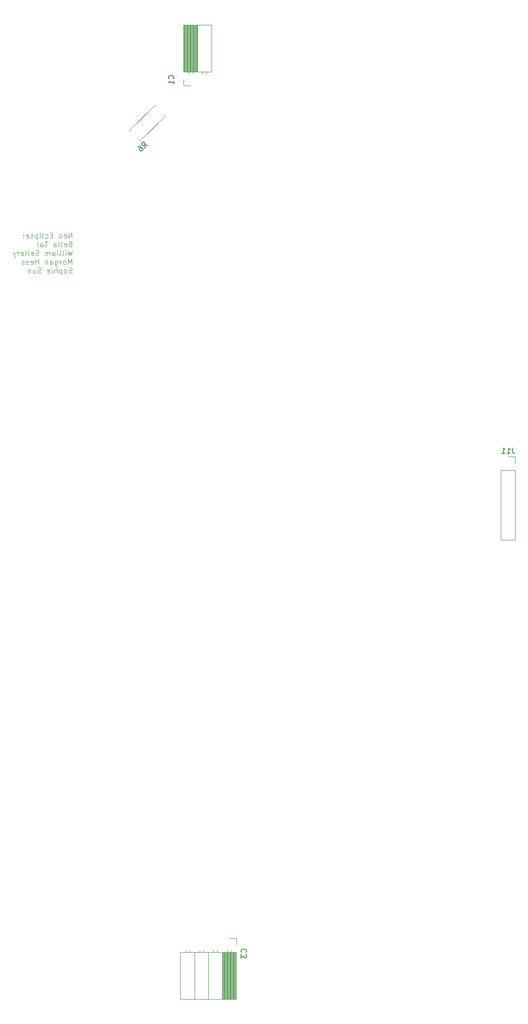
<source format=gbr>
%TF.GenerationSoftware,KiCad,Pcbnew,8.0.2*%
%TF.CreationDate,2024-05-04T16:44:52-04:00*%
%TF.ProjectId,RGBsensorBoard,52474273-656e-4736-9f72-426f6172642e,rev?*%
%TF.SameCoordinates,Original*%
%TF.FileFunction,Legend,Bot*%
%TF.FilePolarity,Positive*%
%FSLAX46Y46*%
G04 Gerber Fmt 4.6, Leading zero omitted, Abs format (unit mm)*
G04 Created by KiCad (PCBNEW 8.0.2) date 2024-05-04 16:44:52*
%MOMM*%
%LPD*%
G01*
G04 APERTURE LIST*
%ADD10C,0.100000*%
%ADD11C,0.150000*%
%ADD12C,0.120000*%
G04 APERTURE END LIST*
D10*
X79696115Y-55932643D02*
X79696115Y-54932643D01*
X79696115Y-54932643D02*
X79124687Y-55932643D01*
X79124687Y-55932643D02*
X79124687Y-54932643D01*
X78267544Y-55885024D02*
X78362782Y-55932643D01*
X78362782Y-55932643D02*
X78553258Y-55932643D01*
X78553258Y-55932643D02*
X78648496Y-55885024D01*
X78648496Y-55885024D02*
X78696115Y-55789785D01*
X78696115Y-55789785D02*
X78696115Y-55408833D01*
X78696115Y-55408833D02*
X78648496Y-55313595D01*
X78648496Y-55313595D02*
X78553258Y-55265976D01*
X78553258Y-55265976D02*
X78362782Y-55265976D01*
X78362782Y-55265976D02*
X78267544Y-55313595D01*
X78267544Y-55313595D02*
X78219925Y-55408833D01*
X78219925Y-55408833D02*
X78219925Y-55504071D01*
X78219925Y-55504071D02*
X78696115Y-55599309D01*
X77648496Y-55932643D02*
X77743734Y-55885024D01*
X77743734Y-55885024D02*
X77791353Y-55837404D01*
X77791353Y-55837404D02*
X77838972Y-55742166D01*
X77838972Y-55742166D02*
X77838972Y-55456452D01*
X77838972Y-55456452D02*
X77791353Y-55361214D01*
X77791353Y-55361214D02*
X77743734Y-55313595D01*
X77743734Y-55313595D02*
X77648496Y-55265976D01*
X77648496Y-55265976D02*
X77505639Y-55265976D01*
X77505639Y-55265976D02*
X77410401Y-55313595D01*
X77410401Y-55313595D02*
X77362782Y-55361214D01*
X77362782Y-55361214D02*
X77315163Y-55456452D01*
X77315163Y-55456452D02*
X77315163Y-55742166D01*
X77315163Y-55742166D02*
X77362782Y-55837404D01*
X77362782Y-55837404D02*
X77410401Y-55885024D01*
X77410401Y-55885024D02*
X77505639Y-55932643D01*
X77505639Y-55932643D02*
X77648496Y-55932643D01*
X76124686Y-55408833D02*
X75791353Y-55408833D01*
X75648496Y-55932643D02*
X76124686Y-55932643D01*
X76124686Y-55932643D02*
X76124686Y-54932643D01*
X76124686Y-54932643D02*
X75648496Y-54932643D01*
X74791353Y-55885024D02*
X74886591Y-55932643D01*
X74886591Y-55932643D02*
X75077067Y-55932643D01*
X75077067Y-55932643D02*
X75172305Y-55885024D01*
X75172305Y-55885024D02*
X75219924Y-55837404D01*
X75219924Y-55837404D02*
X75267543Y-55742166D01*
X75267543Y-55742166D02*
X75267543Y-55456452D01*
X75267543Y-55456452D02*
X75219924Y-55361214D01*
X75219924Y-55361214D02*
X75172305Y-55313595D01*
X75172305Y-55313595D02*
X75077067Y-55265976D01*
X75077067Y-55265976D02*
X74886591Y-55265976D01*
X74886591Y-55265976D02*
X74791353Y-55313595D01*
X74219924Y-55932643D02*
X74315162Y-55885024D01*
X74315162Y-55885024D02*
X74362781Y-55789785D01*
X74362781Y-55789785D02*
X74362781Y-54932643D01*
X73838971Y-55932643D02*
X73838971Y-55265976D01*
X73838971Y-54932643D02*
X73886590Y-54980262D01*
X73886590Y-54980262D02*
X73838971Y-55027881D01*
X73838971Y-55027881D02*
X73791352Y-54980262D01*
X73791352Y-54980262D02*
X73838971Y-54932643D01*
X73838971Y-54932643D02*
X73838971Y-55027881D01*
X73362781Y-55265976D02*
X73362781Y-56265976D01*
X73362781Y-55313595D02*
X73267543Y-55265976D01*
X73267543Y-55265976D02*
X73077067Y-55265976D01*
X73077067Y-55265976D02*
X72981829Y-55313595D01*
X72981829Y-55313595D02*
X72934210Y-55361214D01*
X72934210Y-55361214D02*
X72886591Y-55456452D01*
X72886591Y-55456452D02*
X72886591Y-55742166D01*
X72886591Y-55742166D02*
X72934210Y-55837404D01*
X72934210Y-55837404D02*
X72981829Y-55885024D01*
X72981829Y-55885024D02*
X73077067Y-55932643D01*
X73077067Y-55932643D02*
X73267543Y-55932643D01*
X73267543Y-55932643D02*
X73362781Y-55885024D01*
X72505638Y-55885024D02*
X72410400Y-55932643D01*
X72410400Y-55932643D02*
X72219924Y-55932643D01*
X72219924Y-55932643D02*
X72124686Y-55885024D01*
X72124686Y-55885024D02*
X72077067Y-55789785D01*
X72077067Y-55789785D02*
X72077067Y-55742166D01*
X72077067Y-55742166D02*
X72124686Y-55646928D01*
X72124686Y-55646928D02*
X72219924Y-55599309D01*
X72219924Y-55599309D02*
X72362781Y-55599309D01*
X72362781Y-55599309D02*
X72458019Y-55551690D01*
X72458019Y-55551690D02*
X72505638Y-55456452D01*
X72505638Y-55456452D02*
X72505638Y-55408833D01*
X72505638Y-55408833D02*
X72458019Y-55313595D01*
X72458019Y-55313595D02*
X72362781Y-55265976D01*
X72362781Y-55265976D02*
X72219924Y-55265976D01*
X72219924Y-55265976D02*
X72124686Y-55313595D01*
X71267543Y-55885024D02*
X71362781Y-55932643D01*
X71362781Y-55932643D02*
X71553257Y-55932643D01*
X71553257Y-55932643D02*
X71648495Y-55885024D01*
X71648495Y-55885024D02*
X71696114Y-55789785D01*
X71696114Y-55789785D02*
X71696114Y-55408833D01*
X71696114Y-55408833D02*
X71648495Y-55313595D01*
X71648495Y-55313595D02*
X71553257Y-55265976D01*
X71553257Y-55265976D02*
X71362781Y-55265976D01*
X71362781Y-55265976D02*
X71267543Y-55313595D01*
X71267543Y-55313595D02*
X71219924Y-55408833D01*
X71219924Y-55408833D02*
X71219924Y-55504071D01*
X71219924Y-55504071D02*
X71696114Y-55599309D01*
X70791352Y-55837404D02*
X70743733Y-55885024D01*
X70743733Y-55885024D02*
X70791352Y-55932643D01*
X70791352Y-55932643D02*
X70838971Y-55885024D01*
X70838971Y-55885024D02*
X70791352Y-55837404D01*
X70791352Y-55837404D02*
X70791352Y-55932643D01*
X70791352Y-55313595D02*
X70743733Y-55361214D01*
X70743733Y-55361214D02*
X70791352Y-55408833D01*
X70791352Y-55408833D02*
X70838971Y-55361214D01*
X70838971Y-55361214D02*
X70791352Y-55313595D01*
X70791352Y-55313595D02*
X70791352Y-55408833D01*
X79362782Y-57018777D02*
X79219925Y-57066396D01*
X79219925Y-57066396D02*
X79172306Y-57114015D01*
X79172306Y-57114015D02*
X79124687Y-57209253D01*
X79124687Y-57209253D02*
X79124687Y-57352110D01*
X79124687Y-57352110D02*
X79172306Y-57447348D01*
X79172306Y-57447348D02*
X79219925Y-57494968D01*
X79219925Y-57494968D02*
X79315163Y-57542587D01*
X79315163Y-57542587D02*
X79696115Y-57542587D01*
X79696115Y-57542587D02*
X79696115Y-56542587D01*
X79696115Y-56542587D02*
X79362782Y-56542587D01*
X79362782Y-56542587D02*
X79267544Y-56590206D01*
X79267544Y-56590206D02*
X79219925Y-56637825D01*
X79219925Y-56637825D02*
X79172306Y-56733063D01*
X79172306Y-56733063D02*
X79172306Y-56828301D01*
X79172306Y-56828301D02*
X79219925Y-56923539D01*
X79219925Y-56923539D02*
X79267544Y-56971158D01*
X79267544Y-56971158D02*
X79362782Y-57018777D01*
X79362782Y-57018777D02*
X79696115Y-57018777D01*
X78315163Y-57494968D02*
X78410401Y-57542587D01*
X78410401Y-57542587D02*
X78600877Y-57542587D01*
X78600877Y-57542587D02*
X78696115Y-57494968D01*
X78696115Y-57494968D02*
X78743734Y-57399729D01*
X78743734Y-57399729D02*
X78743734Y-57018777D01*
X78743734Y-57018777D02*
X78696115Y-56923539D01*
X78696115Y-56923539D02*
X78600877Y-56875920D01*
X78600877Y-56875920D02*
X78410401Y-56875920D01*
X78410401Y-56875920D02*
X78315163Y-56923539D01*
X78315163Y-56923539D02*
X78267544Y-57018777D01*
X78267544Y-57018777D02*
X78267544Y-57114015D01*
X78267544Y-57114015D02*
X78743734Y-57209253D01*
X77696115Y-57542587D02*
X77791353Y-57494968D01*
X77791353Y-57494968D02*
X77838972Y-57399729D01*
X77838972Y-57399729D02*
X77838972Y-56542587D01*
X77172305Y-57542587D02*
X77267543Y-57494968D01*
X77267543Y-57494968D02*
X77315162Y-57399729D01*
X77315162Y-57399729D02*
X77315162Y-56542587D01*
X76362781Y-57542587D02*
X76362781Y-57018777D01*
X76362781Y-57018777D02*
X76410400Y-56923539D01*
X76410400Y-56923539D02*
X76505638Y-56875920D01*
X76505638Y-56875920D02*
X76696114Y-56875920D01*
X76696114Y-56875920D02*
X76791352Y-56923539D01*
X76362781Y-57494968D02*
X76458019Y-57542587D01*
X76458019Y-57542587D02*
X76696114Y-57542587D01*
X76696114Y-57542587D02*
X76791352Y-57494968D01*
X76791352Y-57494968D02*
X76838971Y-57399729D01*
X76838971Y-57399729D02*
X76838971Y-57304491D01*
X76838971Y-57304491D02*
X76791352Y-57209253D01*
X76791352Y-57209253D02*
X76696114Y-57161634D01*
X76696114Y-57161634D02*
X76458019Y-57161634D01*
X76458019Y-57161634D02*
X76362781Y-57114015D01*
X75267542Y-56542587D02*
X74696114Y-56542587D01*
X74981828Y-57542587D02*
X74981828Y-56542587D01*
X73934209Y-57542587D02*
X73934209Y-57018777D01*
X73934209Y-57018777D02*
X73981828Y-56923539D01*
X73981828Y-56923539D02*
X74077066Y-56875920D01*
X74077066Y-56875920D02*
X74267542Y-56875920D01*
X74267542Y-56875920D02*
X74362780Y-56923539D01*
X73934209Y-57494968D02*
X74029447Y-57542587D01*
X74029447Y-57542587D02*
X74267542Y-57542587D01*
X74267542Y-57542587D02*
X74362780Y-57494968D01*
X74362780Y-57494968D02*
X74410399Y-57399729D01*
X74410399Y-57399729D02*
X74410399Y-57304491D01*
X74410399Y-57304491D02*
X74362780Y-57209253D01*
X74362780Y-57209253D02*
X74267542Y-57161634D01*
X74267542Y-57161634D02*
X74029447Y-57161634D01*
X74029447Y-57161634D02*
X73934209Y-57114015D01*
X73458018Y-57542587D02*
X73458018Y-56875920D01*
X73458018Y-56542587D02*
X73505637Y-56590206D01*
X73505637Y-56590206D02*
X73458018Y-56637825D01*
X73458018Y-56637825D02*
X73410399Y-56590206D01*
X73410399Y-56590206D02*
X73458018Y-56542587D01*
X73458018Y-56542587D02*
X73458018Y-56637825D01*
X79791353Y-58152531D02*
X79553258Y-59152531D01*
X79553258Y-59152531D02*
X79362782Y-58438245D01*
X79362782Y-58438245D02*
X79172306Y-59152531D01*
X79172306Y-59152531D02*
X78934211Y-58152531D01*
X78553258Y-59152531D02*
X78553258Y-58485864D01*
X78553258Y-58152531D02*
X78600877Y-58200150D01*
X78600877Y-58200150D02*
X78553258Y-58247769D01*
X78553258Y-58247769D02*
X78505639Y-58200150D01*
X78505639Y-58200150D02*
X78553258Y-58152531D01*
X78553258Y-58152531D02*
X78553258Y-58247769D01*
X77934211Y-59152531D02*
X78029449Y-59104912D01*
X78029449Y-59104912D02*
X78077068Y-59009673D01*
X78077068Y-59009673D02*
X78077068Y-58152531D01*
X77410401Y-59152531D02*
X77505639Y-59104912D01*
X77505639Y-59104912D02*
X77553258Y-59009673D01*
X77553258Y-59009673D02*
X77553258Y-58152531D01*
X77029448Y-59152531D02*
X77029448Y-58485864D01*
X77029448Y-58152531D02*
X77077067Y-58200150D01*
X77077067Y-58200150D02*
X77029448Y-58247769D01*
X77029448Y-58247769D02*
X76981829Y-58200150D01*
X76981829Y-58200150D02*
X77029448Y-58152531D01*
X77029448Y-58152531D02*
X77029448Y-58247769D01*
X76124687Y-59152531D02*
X76124687Y-58628721D01*
X76124687Y-58628721D02*
X76172306Y-58533483D01*
X76172306Y-58533483D02*
X76267544Y-58485864D01*
X76267544Y-58485864D02*
X76458020Y-58485864D01*
X76458020Y-58485864D02*
X76553258Y-58533483D01*
X76124687Y-59104912D02*
X76219925Y-59152531D01*
X76219925Y-59152531D02*
X76458020Y-59152531D01*
X76458020Y-59152531D02*
X76553258Y-59104912D01*
X76553258Y-59104912D02*
X76600877Y-59009673D01*
X76600877Y-59009673D02*
X76600877Y-58914435D01*
X76600877Y-58914435D02*
X76553258Y-58819197D01*
X76553258Y-58819197D02*
X76458020Y-58771578D01*
X76458020Y-58771578D02*
X76219925Y-58771578D01*
X76219925Y-58771578D02*
X76124687Y-58723959D01*
X75648496Y-59152531D02*
X75648496Y-58485864D01*
X75648496Y-58581102D02*
X75600877Y-58533483D01*
X75600877Y-58533483D02*
X75505639Y-58485864D01*
X75505639Y-58485864D02*
X75362782Y-58485864D01*
X75362782Y-58485864D02*
X75267544Y-58533483D01*
X75267544Y-58533483D02*
X75219925Y-58628721D01*
X75219925Y-58628721D02*
X75219925Y-59152531D01*
X75219925Y-58628721D02*
X75172306Y-58533483D01*
X75172306Y-58533483D02*
X75077068Y-58485864D01*
X75077068Y-58485864D02*
X74934211Y-58485864D01*
X74934211Y-58485864D02*
X74838972Y-58533483D01*
X74838972Y-58533483D02*
X74791353Y-58628721D01*
X74791353Y-58628721D02*
X74791353Y-59152531D01*
X73600877Y-59104912D02*
X73458020Y-59152531D01*
X73458020Y-59152531D02*
X73219925Y-59152531D01*
X73219925Y-59152531D02*
X73124687Y-59104912D01*
X73124687Y-59104912D02*
X73077068Y-59057292D01*
X73077068Y-59057292D02*
X73029449Y-58962054D01*
X73029449Y-58962054D02*
X73029449Y-58866816D01*
X73029449Y-58866816D02*
X73077068Y-58771578D01*
X73077068Y-58771578D02*
X73124687Y-58723959D01*
X73124687Y-58723959D02*
X73219925Y-58676340D01*
X73219925Y-58676340D02*
X73410401Y-58628721D01*
X73410401Y-58628721D02*
X73505639Y-58581102D01*
X73505639Y-58581102D02*
X73553258Y-58533483D01*
X73553258Y-58533483D02*
X73600877Y-58438245D01*
X73600877Y-58438245D02*
X73600877Y-58343007D01*
X73600877Y-58343007D02*
X73553258Y-58247769D01*
X73553258Y-58247769D02*
X73505639Y-58200150D01*
X73505639Y-58200150D02*
X73410401Y-58152531D01*
X73410401Y-58152531D02*
X73172306Y-58152531D01*
X73172306Y-58152531D02*
X73029449Y-58200150D01*
X72219925Y-59104912D02*
X72315163Y-59152531D01*
X72315163Y-59152531D02*
X72505639Y-59152531D01*
X72505639Y-59152531D02*
X72600877Y-59104912D01*
X72600877Y-59104912D02*
X72648496Y-59009673D01*
X72648496Y-59009673D02*
X72648496Y-58628721D01*
X72648496Y-58628721D02*
X72600877Y-58533483D01*
X72600877Y-58533483D02*
X72505639Y-58485864D01*
X72505639Y-58485864D02*
X72315163Y-58485864D01*
X72315163Y-58485864D02*
X72219925Y-58533483D01*
X72219925Y-58533483D02*
X72172306Y-58628721D01*
X72172306Y-58628721D02*
X72172306Y-58723959D01*
X72172306Y-58723959D02*
X72648496Y-58819197D01*
X71600877Y-59152531D02*
X71696115Y-59104912D01*
X71696115Y-59104912D02*
X71743734Y-59009673D01*
X71743734Y-59009673D02*
X71743734Y-58152531D01*
X71077067Y-59152531D02*
X71172305Y-59104912D01*
X71172305Y-59104912D02*
X71219924Y-59009673D01*
X71219924Y-59009673D02*
X71219924Y-58152531D01*
X70315162Y-59104912D02*
X70410400Y-59152531D01*
X70410400Y-59152531D02*
X70600876Y-59152531D01*
X70600876Y-59152531D02*
X70696114Y-59104912D01*
X70696114Y-59104912D02*
X70743733Y-59009673D01*
X70743733Y-59009673D02*
X70743733Y-58628721D01*
X70743733Y-58628721D02*
X70696114Y-58533483D01*
X70696114Y-58533483D02*
X70600876Y-58485864D01*
X70600876Y-58485864D02*
X70410400Y-58485864D01*
X70410400Y-58485864D02*
X70315162Y-58533483D01*
X70315162Y-58533483D02*
X70267543Y-58628721D01*
X70267543Y-58628721D02*
X70267543Y-58723959D01*
X70267543Y-58723959D02*
X70743733Y-58819197D01*
X69838971Y-59152531D02*
X69838971Y-58485864D01*
X69838971Y-58676340D02*
X69791352Y-58581102D01*
X69791352Y-58581102D02*
X69743733Y-58533483D01*
X69743733Y-58533483D02*
X69648495Y-58485864D01*
X69648495Y-58485864D02*
X69553257Y-58485864D01*
X69315161Y-58485864D02*
X69077066Y-59152531D01*
X68838971Y-58485864D02*
X69077066Y-59152531D01*
X69077066Y-59152531D02*
X69172304Y-59390626D01*
X69172304Y-59390626D02*
X69219923Y-59438245D01*
X69219923Y-59438245D02*
X69315161Y-59485864D01*
X79696115Y-60762475D02*
X79696115Y-59762475D01*
X79696115Y-59762475D02*
X79362782Y-60476760D01*
X79362782Y-60476760D02*
X79029449Y-59762475D01*
X79029449Y-59762475D02*
X79029449Y-60762475D01*
X78410401Y-60762475D02*
X78505639Y-60714856D01*
X78505639Y-60714856D02*
X78553258Y-60667236D01*
X78553258Y-60667236D02*
X78600877Y-60571998D01*
X78600877Y-60571998D02*
X78600877Y-60286284D01*
X78600877Y-60286284D02*
X78553258Y-60191046D01*
X78553258Y-60191046D02*
X78505639Y-60143427D01*
X78505639Y-60143427D02*
X78410401Y-60095808D01*
X78410401Y-60095808D02*
X78267544Y-60095808D01*
X78267544Y-60095808D02*
X78172306Y-60143427D01*
X78172306Y-60143427D02*
X78124687Y-60191046D01*
X78124687Y-60191046D02*
X78077068Y-60286284D01*
X78077068Y-60286284D02*
X78077068Y-60571998D01*
X78077068Y-60571998D02*
X78124687Y-60667236D01*
X78124687Y-60667236D02*
X78172306Y-60714856D01*
X78172306Y-60714856D02*
X78267544Y-60762475D01*
X78267544Y-60762475D02*
X78410401Y-60762475D01*
X77648496Y-60762475D02*
X77648496Y-60095808D01*
X77648496Y-60286284D02*
X77600877Y-60191046D01*
X77600877Y-60191046D02*
X77553258Y-60143427D01*
X77553258Y-60143427D02*
X77458020Y-60095808D01*
X77458020Y-60095808D02*
X77362782Y-60095808D01*
X76600877Y-60095808D02*
X76600877Y-60905332D01*
X76600877Y-60905332D02*
X76648496Y-61000570D01*
X76648496Y-61000570D02*
X76696115Y-61048189D01*
X76696115Y-61048189D02*
X76791353Y-61095808D01*
X76791353Y-61095808D02*
X76934210Y-61095808D01*
X76934210Y-61095808D02*
X77029448Y-61048189D01*
X76600877Y-60714856D02*
X76696115Y-60762475D01*
X76696115Y-60762475D02*
X76886591Y-60762475D01*
X76886591Y-60762475D02*
X76981829Y-60714856D01*
X76981829Y-60714856D02*
X77029448Y-60667236D01*
X77029448Y-60667236D02*
X77077067Y-60571998D01*
X77077067Y-60571998D02*
X77077067Y-60286284D01*
X77077067Y-60286284D02*
X77029448Y-60191046D01*
X77029448Y-60191046D02*
X76981829Y-60143427D01*
X76981829Y-60143427D02*
X76886591Y-60095808D01*
X76886591Y-60095808D02*
X76696115Y-60095808D01*
X76696115Y-60095808D02*
X76600877Y-60143427D01*
X75696115Y-60762475D02*
X75696115Y-60238665D01*
X75696115Y-60238665D02*
X75743734Y-60143427D01*
X75743734Y-60143427D02*
X75838972Y-60095808D01*
X75838972Y-60095808D02*
X76029448Y-60095808D01*
X76029448Y-60095808D02*
X76124686Y-60143427D01*
X75696115Y-60714856D02*
X75791353Y-60762475D01*
X75791353Y-60762475D02*
X76029448Y-60762475D01*
X76029448Y-60762475D02*
X76124686Y-60714856D01*
X76124686Y-60714856D02*
X76172305Y-60619617D01*
X76172305Y-60619617D02*
X76172305Y-60524379D01*
X76172305Y-60524379D02*
X76124686Y-60429141D01*
X76124686Y-60429141D02*
X76029448Y-60381522D01*
X76029448Y-60381522D02*
X75791353Y-60381522D01*
X75791353Y-60381522D02*
X75696115Y-60333903D01*
X75219924Y-60095808D02*
X75219924Y-60762475D01*
X75219924Y-60191046D02*
X75172305Y-60143427D01*
X75172305Y-60143427D02*
X75077067Y-60095808D01*
X75077067Y-60095808D02*
X74934210Y-60095808D01*
X74934210Y-60095808D02*
X74838972Y-60143427D01*
X74838972Y-60143427D02*
X74791353Y-60238665D01*
X74791353Y-60238665D02*
X74791353Y-60762475D01*
X73553257Y-60762475D02*
X73553257Y-59762475D01*
X73553257Y-60238665D02*
X72981829Y-60238665D01*
X72981829Y-60762475D02*
X72981829Y-59762475D01*
X72124686Y-60714856D02*
X72219924Y-60762475D01*
X72219924Y-60762475D02*
X72410400Y-60762475D01*
X72410400Y-60762475D02*
X72505638Y-60714856D01*
X72505638Y-60714856D02*
X72553257Y-60619617D01*
X72553257Y-60619617D02*
X72553257Y-60238665D01*
X72553257Y-60238665D02*
X72505638Y-60143427D01*
X72505638Y-60143427D02*
X72410400Y-60095808D01*
X72410400Y-60095808D02*
X72219924Y-60095808D01*
X72219924Y-60095808D02*
X72124686Y-60143427D01*
X72124686Y-60143427D02*
X72077067Y-60238665D01*
X72077067Y-60238665D02*
X72077067Y-60333903D01*
X72077067Y-60333903D02*
X72553257Y-60429141D01*
X71696114Y-60714856D02*
X71600876Y-60762475D01*
X71600876Y-60762475D02*
X71410400Y-60762475D01*
X71410400Y-60762475D02*
X71315162Y-60714856D01*
X71315162Y-60714856D02*
X71267543Y-60619617D01*
X71267543Y-60619617D02*
X71267543Y-60571998D01*
X71267543Y-60571998D02*
X71315162Y-60476760D01*
X71315162Y-60476760D02*
X71410400Y-60429141D01*
X71410400Y-60429141D02*
X71553257Y-60429141D01*
X71553257Y-60429141D02*
X71648495Y-60381522D01*
X71648495Y-60381522D02*
X71696114Y-60286284D01*
X71696114Y-60286284D02*
X71696114Y-60238665D01*
X71696114Y-60238665D02*
X71648495Y-60143427D01*
X71648495Y-60143427D02*
X71553257Y-60095808D01*
X71553257Y-60095808D02*
X71410400Y-60095808D01*
X71410400Y-60095808D02*
X71315162Y-60143427D01*
X70886590Y-60714856D02*
X70791352Y-60762475D01*
X70791352Y-60762475D02*
X70600876Y-60762475D01*
X70600876Y-60762475D02*
X70505638Y-60714856D01*
X70505638Y-60714856D02*
X70458019Y-60619617D01*
X70458019Y-60619617D02*
X70458019Y-60571998D01*
X70458019Y-60571998D02*
X70505638Y-60476760D01*
X70505638Y-60476760D02*
X70600876Y-60429141D01*
X70600876Y-60429141D02*
X70743733Y-60429141D01*
X70743733Y-60429141D02*
X70838971Y-60381522D01*
X70838971Y-60381522D02*
X70886590Y-60286284D01*
X70886590Y-60286284D02*
X70886590Y-60238665D01*
X70886590Y-60238665D02*
X70838971Y-60143427D01*
X70838971Y-60143427D02*
X70743733Y-60095808D01*
X70743733Y-60095808D02*
X70600876Y-60095808D01*
X70600876Y-60095808D02*
X70505638Y-60143427D01*
X79743734Y-62324800D02*
X79600877Y-62372419D01*
X79600877Y-62372419D02*
X79362782Y-62372419D01*
X79362782Y-62372419D02*
X79267544Y-62324800D01*
X79267544Y-62324800D02*
X79219925Y-62277180D01*
X79219925Y-62277180D02*
X79172306Y-62181942D01*
X79172306Y-62181942D02*
X79172306Y-62086704D01*
X79172306Y-62086704D02*
X79219925Y-61991466D01*
X79219925Y-61991466D02*
X79267544Y-61943847D01*
X79267544Y-61943847D02*
X79362782Y-61896228D01*
X79362782Y-61896228D02*
X79553258Y-61848609D01*
X79553258Y-61848609D02*
X79648496Y-61800990D01*
X79648496Y-61800990D02*
X79696115Y-61753371D01*
X79696115Y-61753371D02*
X79743734Y-61658133D01*
X79743734Y-61658133D02*
X79743734Y-61562895D01*
X79743734Y-61562895D02*
X79696115Y-61467657D01*
X79696115Y-61467657D02*
X79648496Y-61420038D01*
X79648496Y-61420038D02*
X79553258Y-61372419D01*
X79553258Y-61372419D02*
X79315163Y-61372419D01*
X79315163Y-61372419D02*
X79172306Y-61420038D01*
X78600877Y-62372419D02*
X78696115Y-62324800D01*
X78696115Y-62324800D02*
X78743734Y-62277180D01*
X78743734Y-62277180D02*
X78791353Y-62181942D01*
X78791353Y-62181942D02*
X78791353Y-61896228D01*
X78791353Y-61896228D02*
X78743734Y-61800990D01*
X78743734Y-61800990D02*
X78696115Y-61753371D01*
X78696115Y-61753371D02*
X78600877Y-61705752D01*
X78600877Y-61705752D02*
X78458020Y-61705752D01*
X78458020Y-61705752D02*
X78362782Y-61753371D01*
X78362782Y-61753371D02*
X78315163Y-61800990D01*
X78315163Y-61800990D02*
X78267544Y-61896228D01*
X78267544Y-61896228D02*
X78267544Y-62181942D01*
X78267544Y-62181942D02*
X78315163Y-62277180D01*
X78315163Y-62277180D02*
X78362782Y-62324800D01*
X78362782Y-62324800D02*
X78458020Y-62372419D01*
X78458020Y-62372419D02*
X78600877Y-62372419D01*
X77838972Y-61705752D02*
X77838972Y-62705752D01*
X77838972Y-61753371D02*
X77743734Y-61705752D01*
X77743734Y-61705752D02*
X77553258Y-61705752D01*
X77553258Y-61705752D02*
X77458020Y-61753371D01*
X77458020Y-61753371D02*
X77410401Y-61800990D01*
X77410401Y-61800990D02*
X77362782Y-61896228D01*
X77362782Y-61896228D02*
X77362782Y-62181942D01*
X77362782Y-62181942D02*
X77410401Y-62277180D01*
X77410401Y-62277180D02*
X77458020Y-62324800D01*
X77458020Y-62324800D02*
X77553258Y-62372419D01*
X77553258Y-62372419D02*
X77743734Y-62372419D01*
X77743734Y-62372419D02*
X77838972Y-62324800D01*
X76934210Y-62372419D02*
X76934210Y-61372419D01*
X76505639Y-62372419D02*
X76505639Y-61848609D01*
X76505639Y-61848609D02*
X76553258Y-61753371D01*
X76553258Y-61753371D02*
X76648496Y-61705752D01*
X76648496Y-61705752D02*
X76791353Y-61705752D01*
X76791353Y-61705752D02*
X76886591Y-61753371D01*
X76886591Y-61753371D02*
X76934210Y-61800990D01*
X76029448Y-62372419D02*
X76029448Y-61705752D01*
X76029448Y-61372419D02*
X76077067Y-61420038D01*
X76077067Y-61420038D02*
X76029448Y-61467657D01*
X76029448Y-61467657D02*
X75981829Y-61420038D01*
X75981829Y-61420038D02*
X76029448Y-61372419D01*
X76029448Y-61372419D02*
X76029448Y-61467657D01*
X75172306Y-62324800D02*
X75267544Y-62372419D01*
X75267544Y-62372419D02*
X75458020Y-62372419D01*
X75458020Y-62372419D02*
X75553258Y-62324800D01*
X75553258Y-62324800D02*
X75600877Y-62229561D01*
X75600877Y-62229561D02*
X75600877Y-61848609D01*
X75600877Y-61848609D02*
X75553258Y-61753371D01*
X75553258Y-61753371D02*
X75458020Y-61705752D01*
X75458020Y-61705752D02*
X75267544Y-61705752D01*
X75267544Y-61705752D02*
X75172306Y-61753371D01*
X75172306Y-61753371D02*
X75124687Y-61848609D01*
X75124687Y-61848609D02*
X75124687Y-61943847D01*
X75124687Y-61943847D02*
X75600877Y-62039085D01*
X73981829Y-62324800D02*
X73838972Y-62372419D01*
X73838972Y-62372419D02*
X73600877Y-62372419D01*
X73600877Y-62372419D02*
X73505639Y-62324800D01*
X73505639Y-62324800D02*
X73458020Y-62277180D01*
X73458020Y-62277180D02*
X73410401Y-62181942D01*
X73410401Y-62181942D02*
X73410401Y-62086704D01*
X73410401Y-62086704D02*
X73458020Y-61991466D01*
X73458020Y-61991466D02*
X73505639Y-61943847D01*
X73505639Y-61943847D02*
X73600877Y-61896228D01*
X73600877Y-61896228D02*
X73791353Y-61848609D01*
X73791353Y-61848609D02*
X73886591Y-61800990D01*
X73886591Y-61800990D02*
X73934210Y-61753371D01*
X73934210Y-61753371D02*
X73981829Y-61658133D01*
X73981829Y-61658133D02*
X73981829Y-61562895D01*
X73981829Y-61562895D02*
X73934210Y-61467657D01*
X73934210Y-61467657D02*
X73886591Y-61420038D01*
X73886591Y-61420038D02*
X73791353Y-61372419D01*
X73791353Y-61372419D02*
X73553258Y-61372419D01*
X73553258Y-61372419D02*
X73410401Y-61420038D01*
X72553258Y-61705752D02*
X72553258Y-62372419D01*
X72981829Y-61705752D02*
X72981829Y-62229561D01*
X72981829Y-62229561D02*
X72934210Y-62324800D01*
X72934210Y-62324800D02*
X72838972Y-62372419D01*
X72838972Y-62372419D02*
X72696115Y-62372419D01*
X72696115Y-62372419D02*
X72600877Y-62324800D01*
X72600877Y-62324800D02*
X72553258Y-62277180D01*
X72077067Y-61705752D02*
X72077067Y-62372419D01*
X72077067Y-61800990D02*
X72029448Y-61753371D01*
X72029448Y-61753371D02*
X71934210Y-61705752D01*
X71934210Y-61705752D02*
X71791353Y-61705752D01*
X71791353Y-61705752D02*
X71696115Y-61753371D01*
X71696115Y-61753371D02*
X71648496Y-61848609D01*
X71648496Y-61848609D02*
X71648496Y-62372419D01*
D11*
X111754359Y-187333333D02*
X111801979Y-187285714D01*
X111801979Y-187285714D02*
X111849598Y-187142857D01*
X111849598Y-187142857D02*
X111849598Y-187047619D01*
X111849598Y-187047619D02*
X111801979Y-186904762D01*
X111801979Y-186904762D02*
X111706740Y-186809524D01*
X111706740Y-186809524D02*
X111611502Y-186761905D01*
X111611502Y-186761905D02*
X111421026Y-186714286D01*
X111421026Y-186714286D02*
X111278169Y-186714286D01*
X111278169Y-186714286D02*
X111087693Y-186761905D01*
X111087693Y-186761905D02*
X110992455Y-186809524D01*
X110992455Y-186809524D02*
X110897217Y-186904762D01*
X110897217Y-186904762D02*
X110849598Y-187047619D01*
X110849598Y-187047619D02*
X110849598Y-187142857D01*
X110849598Y-187142857D02*
X110897217Y-187285714D01*
X110897217Y-187285714D02*
X110944836Y-187333333D01*
X110849598Y-187666667D02*
X110849598Y-188285714D01*
X110849598Y-188285714D02*
X111230550Y-187952381D01*
X111230550Y-187952381D02*
X111230550Y-188095238D01*
X111230550Y-188095238D02*
X111278169Y-188190476D01*
X111278169Y-188190476D02*
X111325788Y-188238095D01*
X111325788Y-188238095D02*
X111421026Y-188285714D01*
X111421026Y-188285714D02*
X111659121Y-188285714D01*
X111659121Y-188285714D02*
X111754359Y-188238095D01*
X111754359Y-188238095D02*
X111801979Y-188190476D01*
X111801979Y-188190476D02*
X111849598Y-188095238D01*
X111849598Y-188095238D02*
X111849598Y-187809524D01*
X111849598Y-187809524D02*
X111801979Y-187714286D01*
X111801979Y-187714286D02*
X111754359Y-187666667D01*
X93154332Y-39357541D02*
X93053317Y-38785122D01*
X93558393Y-38953480D02*
X92851286Y-38246374D01*
X92851286Y-38246374D02*
X92581912Y-38515748D01*
X92581912Y-38515748D02*
X92548240Y-38616763D01*
X92548240Y-38616763D02*
X92548240Y-38684106D01*
X92548240Y-38684106D02*
X92581912Y-38785122D01*
X92581912Y-38785122D02*
X92682927Y-38886137D01*
X92682927Y-38886137D02*
X92783943Y-38919809D01*
X92783943Y-38919809D02*
X92851286Y-38919809D01*
X92851286Y-38919809D02*
X92952301Y-38886137D01*
X92952301Y-38886137D02*
X93221675Y-38616763D01*
X91841134Y-39256526D02*
X91975821Y-39121839D01*
X91975821Y-39121839D02*
X92076836Y-39088167D01*
X92076836Y-39088167D02*
X92144179Y-39088167D01*
X92144179Y-39088167D02*
X92312538Y-39121839D01*
X92312538Y-39121839D02*
X92480897Y-39222854D01*
X92480897Y-39222854D02*
X92750271Y-39492228D01*
X92750271Y-39492228D02*
X92783943Y-39593244D01*
X92783943Y-39593244D02*
X92783943Y-39660587D01*
X92783943Y-39660587D02*
X92750271Y-39761602D01*
X92750271Y-39761602D02*
X92615584Y-39896289D01*
X92615584Y-39896289D02*
X92514569Y-39929961D01*
X92514569Y-39929961D02*
X92447225Y-39929961D01*
X92447225Y-39929961D02*
X92346210Y-39896289D01*
X92346210Y-39896289D02*
X92177851Y-39727931D01*
X92177851Y-39727931D02*
X92144179Y-39626915D01*
X92144179Y-39626915D02*
X92144179Y-39559572D01*
X92144179Y-39559572D02*
X92177851Y-39458557D01*
X92177851Y-39458557D02*
X92312538Y-39323870D01*
X92312538Y-39323870D02*
X92413553Y-39290198D01*
X92413553Y-39290198D02*
X92480897Y-39290198D01*
X92480897Y-39290198D02*
X92581912Y-39323870D01*
X98377757Y-26612751D02*
X98425377Y-26565132D01*
X98425377Y-26565132D02*
X98472996Y-26422275D01*
X98472996Y-26422275D02*
X98472996Y-26327037D01*
X98472996Y-26327037D02*
X98425377Y-26184180D01*
X98425377Y-26184180D02*
X98330138Y-26088942D01*
X98330138Y-26088942D02*
X98234900Y-26041323D01*
X98234900Y-26041323D02*
X98044424Y-25993704D01*
X98044424Y-25993704D02*
X97901567Y-25993704D01*
X97901567Y-25993704D02*
X97711091Y-26041323D01*
X97711091Y-26041323D02*
X97615853Y-26088942D01*
X97615853Y-26088942D02*
X97520615Y-26184180D01*
X97520615Y-26184180D02*
X97472996Y-26327037D01*
X97472996Y-26327037D02*
X97472996Y-26422275D01*
X97472996Y-26422275D02*
X97520615Y-26565132D01*
X97520615Y-26565132D02*
X97568234Y-26612751D01*
X98472996Y-27565132D02*
X98472996Y-26993704D01*
X98472996Y-27279418D02*
X97472996Y-27279418D01*
X97472996Y-27279418D02*
X97615853Y-27184180D01*
X97615853Y-27184180D02*
X97711091Y-27088942D01*
X97711091Y-27088942D02*
X97758710Y-26993704D01*
X160809523Y-94544820D02*
X160809523Y-95259105D01*
X160809523Y-95259105D02*
X160857142Y-95401962D01*
X160857142Y-95401962D02*
X160952380Y-95497201D01*
X160952380Y-95497201D02*
X161095237Y-95544820D01*
X161095237Y-95544820D02*
X161190475Y-95544820D01*
X159809523Y-95544820D02*
X160380951Y-95544820D01*
X160095237Y-95544820D02*
X160095237Y-94544820D01*
X160095237Y-94544820D02*
X160190475Y-94687677D01*
X160190475Y-94687677D02*
X160285713Y-94782915D01*
X160285713Y-94782915D02*
X160380951Y-94830534D01*
X158857142Y-95544820D02*
X159428570Y-95544820D01*
X159142856Y-95544820D02*
X159142856Y-94544820D01*
X159142856Y-94544820D02*
X159238094Y-94687677D01*
X159238094Y-94687677D02*
X159333332Y-94782915D01*
X159333332Y-94782915D02*
X159428570Y-94830534D01*
D12*
%TO.C,C3*%
X99674779Y-195968444D02*
X109954779Y-195968443D01*
X99674779Y-187338444D02*
X99674779Y-195968444D01*
X99674779Y-187338444D02*
X109954779Y-187338444D01*
X100644779Y-186928444D02*
X100644779Y-187338444D01*
X101364779Y-186928444D02*
X101364779Y-187338444D01*
X102274779Y-187338444D02*
X102274779Y-195968443D01*
X103184779Y-186928444D02*
X103184779Y-187338444D01*
X103904779Y-186928444D02*
X103904779Y-187338444D01*
X104814779Y-187338444D02*
X104814779Y-195968444D01*
X105724779Y-186928444D02*
X105724779Y-187338444D01*
X106444779Y-186928444D02*
X106444779Y-187338444D01*
X107354778Y-187338444D02*
X107354779Y-195968444D01*
X107472879Y-187338444D02*
X107472879Y-195968444D01*
X107590974Y-187338443D02*
X107590974Y-195968444D01*
X107709069Y-187338444D02*
X107709069Y-195968444D01*
X107827164Y-187338444D02*
X107827164Y-195968443D01*
X107945259Y-187338444D02*
X107945259Y-195968444D01*
X108063354Y-187338443D02*
X108063354Y-195968444D01*
X108181449Y-187338444D02*
X108181449Y-195968444D01*
X108299544Y-187338444D02*
X108299545Y-195968444D01*
X108417639Y-187338444D02*
X108417638Y-195968444D01*
X108535734Y-187338444D02*
X108535734Y-195968444D01*
X108264779Y-186988444D02*
X108264779Y-187338443D01*
X108653829Y-187338443D02*
X108653829Y-195968444D01*
X108771924Y-187338444D02*
X108771924Y-195968444D01*
X108890019Y-187338444D02*
X108890019Y-195968443D01*
X109008114Y-187338444D02*
X109008114Y-195968444D01*
X109126209Y-187338443D02*
X109126209Y-195968444D01*
X109244304Y-187338444D02*
X109244304Y-195968444D01*
X108984779Y-186988444D02*
X108984779Y-187338443D01*
X109362399Y-187338444D02*
X109362400Y-195968444D01*
X109480494Y-187338444D02*
X109480493Y-195968444D01*
X109598589Y-187338444D02*
X109598589Y-195968444D01*
X109716684Y-187338443D02*
X109716684Y-195968444D01*
X109834779Y-187338444D02*
X109834779Y-195968444D01*
X109954779Y-187338444D02*
X109954779Y-195968443D01*
X108624779Y-184768443D02*
X109954779Y-184768443D01*
X109954779Y-184768443D02*
X109954779Y-185878444D01*
%TO.C,R6*%
X90275357Y-36120299D02*
X90508703Y-36353644D01*
X92212830Y-38057772D02*
X91979485Y-37824426D01*
X94899836Y-31495821D02*
X90275357Y-36120299D01*
X95133181Y-31729166D02*
X94899836Y-31495821D01*
X96603963Y-33199948D02*
X96837308Y-33433293D01*
X96837308Y-33433293D02*
X92212830Y-38057772D01*
%TO.C,C1*%
X100223711Y-27889419D02*
X100223711Y-26779418D01*
X101553711Y-27889419D02*
X100223711Y-27889419D01*
X100223711Y-25319418D02*
X100223711Y-16689419D01*
X100343711Y-25319418D02*
X100343711Y-16689418D01*
X100461806Y-25319419D02*
X100461806Y-16689418D01*
X100579901Y-25319418D02*
X100579901Y-16689418D01*
X100697996Y-25319418D02*
X100697997Y-16689418D01*
X100816091Y-25319418D02*
X100816090Y-16689418D01*
X101193711Y-25669418D02*
X101193711Y-25319419D01*
X100934186Y-25319418D02*
X100934186Y-16689418D01*
X101052281Y-25319419D02*
X101052281Y-16689418D01*
X101170376Y-25319418D02*
X101170376Y-16689418D01*
X101288471Y-25319418D02*
X101288471Y-16689419D01*
X101406566Y-25319418D02*
X101406566Y-16689418D01*
X101524661Y-25319419D02*
X101524661Y-16689418D01*
X101913711Y-25669418D02*
X101913711Y-25319419D01*
X101642756Y-25319418D02*
X101642756Y-16689418D01*
X101760851Y-25319418D02*
X101760852Y-16689418D01*
X101878946Y-25319418D02*
X101878945Y-16689418D01*
X101997041Y-25319418D02*
X101997041Y-16689418D01*
X102115136Y-25319419D02*
X102115136Y-16689418D01*
X102233231Y-25319418D02*
X102233231Y-16689418D01*
X102351326Y-25319418D02*
X102351326Y-16689419D01*
X102469421Y-25319418D02*
X102469421Y-16689418D01*
X102587516Y-25319419D02*
X102587516Y-16689418D01*
X102705611Y-25319418D02*
X102705611Y-16689418D01*
X102823712Y-25319418D02*
X102823711Y-16689418D01*
X103733711Y-25729418D02*
X103733711Y-25319418D01*
X104453711Y-25729418D02*
X104453711Y-25319418D01*
X105423711Y-25319418D02*
X100223711Y-25319418D01*
X105423711Y-25319418D02*
X105423711Y-16689418D01*
X105423711Y-16689418D02*
X100223711Y-16689419D01*
%TO.C,J11*%
X161330000Y-111450001D02*
X161330000Y-98690002D01*
X161330000Y-96090001D02*
X161330000Y-97420001D01*
X160000000Y-96090001D02*
X161330000Y-96090001D01*
X158670000Y-111450001D02*
X161330000Y-111450001D01*
X158670000Y-111450001D02*
X158670000Y-98690002D01*
X158670000Y-98690002D02*
X161330000Y-98690002D01*
%TD*%
M02*

</source>
